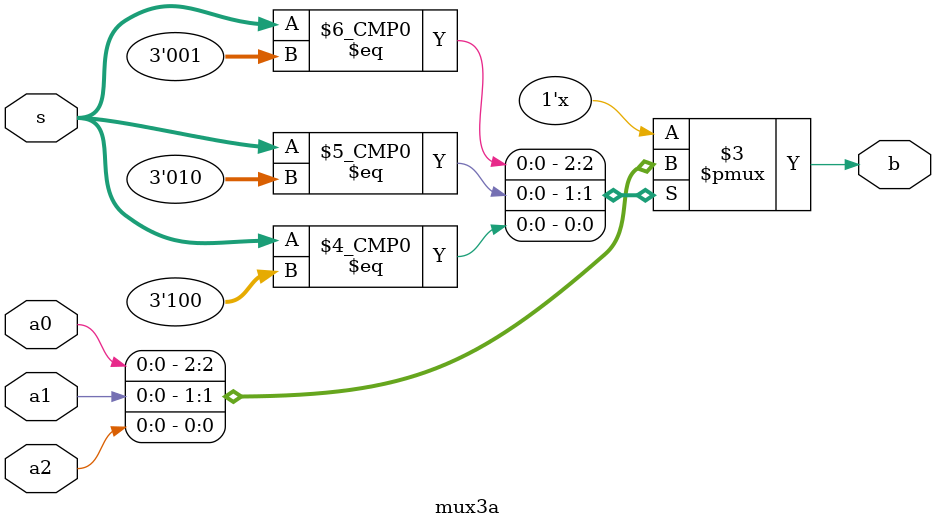
<source format=v>
module Mux4(a3,a2,a1,a0,s,b);
parameter k= 1;
input [ k-1 : 0 ] a0,a1,a2,a3;
input[3:0] s;
output[k-1:0] b;
    
    wire[k-1:0] b = ({k{s[0]}}& a0) | ({k{s[1]}}& a1) |({k{s[2]}}& a2) |({k{s[3]}}& a3);

endmodule


//Case method to code, and it's better understanding.
module mux3a(a2,a1,a0,s,b);
parameter k= 1;
input [k-1:0] a0,a1,a2;
input [2:0] s;
output [k-1:0] b;
reg [k-1:0] b; //logic?

    always@(*) begin
        case(s)
        3'b001: b = a0;
        3'b010: b = a1;
        3'b100: b = a2;
        default b = {k{1'bx}}; //don't care "x"
        endcase
    end
endmodule
</source>
